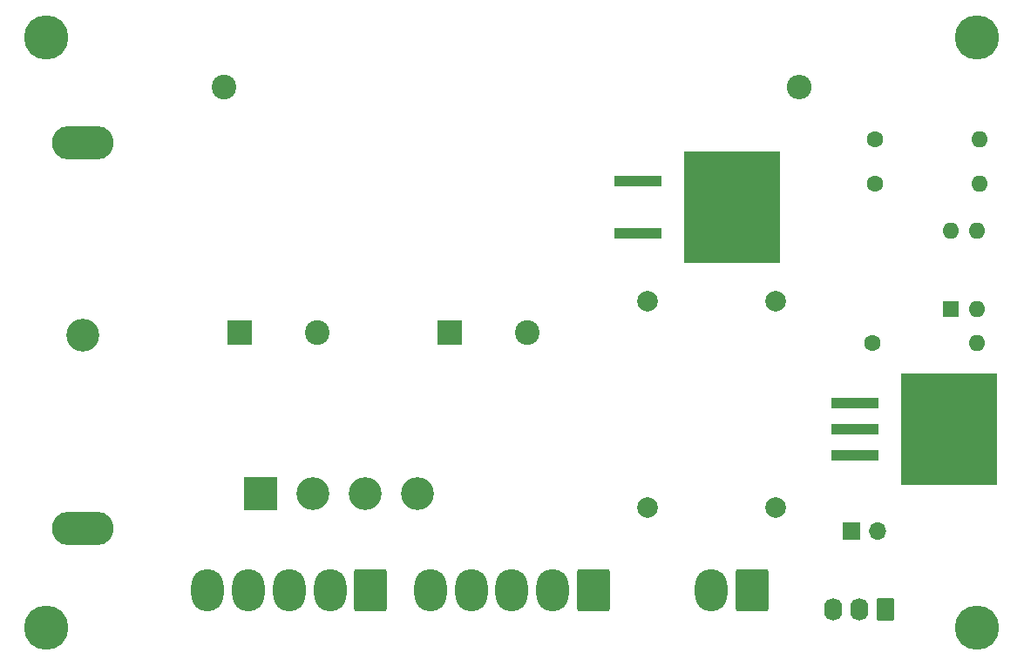
<source format=gbr>
%TF.GenerationSoftware,KiCad,Pcbnew,(6.0.1)*%
%TF.CreationDate,2022-01-30T10:49:48+01:00*%
%TF.ProjectId,board_shakercontrol,626f6172-645f-4736-9861-6b6572636f6e,rev?*%
%TF.SameCoordinates,Original*%
%TF.FileFunction,Soldermask,Top*%
%TF.FilePolarity,Negative*%
%FSLAX46Y46*%
G04 Gerber Fmt 4.6, Leading zero omitted, Abs format (unit mm)*
G04 Created by KiCad (PCBNEW (6.0.1)) date 2022-01-30 10:49:48*
%MOMM*%
%LPD*%
G01*
G04 APERTURE LIST*
G04 Aperture macros list*
%AMRoundRect*
0 Rectangle with rounded corners*
0 $1 Rounding radius*
0 $2 $3 $4 $5 $6 $7 $8 $9 X,Y pos of 4 corners*
0 Add a 4 corners polygon primitive as box body*
4,1,4,$2,$3,$4,$5,$6,$7,$8,$9,$2,$3,0*
0 Add four circle primitives for the rounded corners*
1,1,$1+$1,$2,$3*
1,1,$1+$1,$4,$5*
1,1,$1+$1,$6,$7*
1,1,$1+$1,$8,$9*
0 Add four rect primitives between the rounded corners*
20,1,$1+$1,$2,$3,$4,$5,0*
20,1,$1+$1,$4,$5,$6,$7,0*
20,1,$1+$1,$6,$7,$8,$9,0*
20,1,$1+$1,$8,$9,$2,$3,0*%
G04 Aperture macros list end*
%ADD10C,1.600000*%
%ADD11O,1.600000X1.600000*%
%ADD12R,3.200000X3.200000*%
%ADD13C,3.200000*%
%ADD14O,6.000000X3.250000*%
%ADD15R,2.400000X2.400000*%
%ADD16C,2.400000*%
%ADD17C,4.300000*%
%ADD18R,4.600000X1.100000*%
%ADD19R,9.400000X10.800000*%
%ADD20O,2.400000X2.400000*%
%ADD21RoundRect,0.250000X0.620000X0.845000X-0.620000X0.845000X-0.620000X-0.845000X0.620000X-0.845000X0*%
%ADD22O,1.740000X2.190000*%
%ADD23RoundRect,0.250000X1.330000X1.800000X-1.330000X1.800000X-1.330000X-1.800000X1.330000X-1.800000X0*%
%ADD24O,3.160000X4.100000*%
%ADD25R,1.600000X1.600000*%
%ADD26R,1.700000X1.700000*%
%ADD27O,1.700000X1.700000*%
%ADD28C,2.000000*%
G04 APERTURE END LIST*
D10*
%TO.C,R1*%
X133604000Y-70358000D03*
D11*
X143764000Y-70358000D03*
%TD*%
D12*
%TO.C,D1*%
X74138000Y-84994000D03*
D13*
X79218000Y-84994000D03*
X84298000Y-84994000D03*
X89378000Y-84994000D03*
%TD*%
%TO.C,F1*%
X56896000Y-69596000D03*
D14*
X56896000Y-88346000D03*
X56896000Y-50846000D03*
%TD*%
D10*
%TO.C,R3*%
X133858000Y-54864000D03*
D11*
X144018000Y-54864000D03*
%TD*%
D15*
%TO.C,C1*%
X92534220Y-69342000D03*
D16*
X100034220Y-69342000D03*
%TD*%
D17*
%TO.C,REF\u002A\u002A*%
X143764000Y-40640000D03*
%TD*%
D18*
%TO.C,Q1*%
X110811000Y-54610000D03*
D19*
X119961000Y-57150000D03*
D18*
X110811000Y-59690000D03*
%TD*%
D16*
%TO.C,R4*%
X70612000Y-45466000D03*
D20*
X126492000Y-45466000D03*
%TD*%
D21*
%TO.C,J3*%
X134874000Y-96246000D03*
D22*
X132334000Y-96246000D03*
X129794000Y-96246000D03*
%TD*%
D17*
%TO.C,REF\u002A\u002A*%
X53340000Y-98044000D03*
%TD*%
%TO.C,REF\u002A\u002A*%
X143764000Y-98044000D03*
%TD*%
D23*
%TO.C,J1*%
X106472000Y-94383000D03*
D24*
X102512000Y-94383000D03*
X98552000Y-94383000D03*
X94592000Y-94383000D03*
X90632000Y-94383000D03*
%TD*%
D25*
%TO.C,U2*%
X141224000Y-67056000D03*
D11*
X143764000Y-67056000D03*
X143764000Y-59436000D03*
X141224000Y-59436000D03*
%TD*%
D10*
%TO.C,R2*%
X133858000Y-50546000D03*
D11*
X144018000Y-50546000D03*
%TD*%
D26*
%TO.C,JP1*%
X131567000Y-88646000D03*
D27*
X134107000Y-88646000D03*
%TD*%
D23*
%TO.C,J2*%
X84836000Y-94383000D03*
D24*
X80876000Y-94383000D03*
X76916000Y-94383000D03*
X72956000Y-94383000D03*
X68996000Y-94383000D03*
%TD*%
D23*
%TO.C,J4*%
X121868000Y-94383000D03*
D24*
X117908000Y-94383000D03*
%TD*%
D28*
%TO.C,L1*%
X124206000Y-66294005D03*
X111706000Y-66294005D03*
X111706000Y-86294005D03*
X124206000Y-86294005D03*
%TD*%
D15*
%TO.C,C2*%
X72136000Y-69342000D03*
D16*
X79636000Y-69342000D03*
%TD*%
D18*
%TO.C,U1*%
X131893000Y-76200000D03*
D19*
X141043000Y-78740000D03*
D18*
X131893000Y-78740000D03*
X131893000Y-81280000D03*
%TD*%
D17*
%TO.C,REF\u002A\u002A*%
X53340000Y-40640000D03*
%TD*%
M02*

</source>
